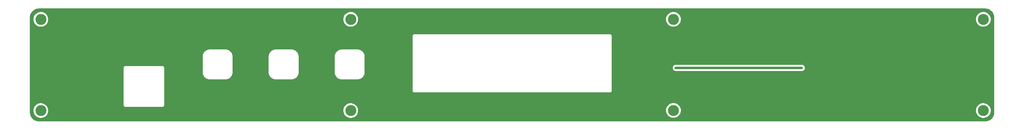
<source format=gbr>
%TF.GenerationSoftware,KiCad,Pcbnew,6.0.10-86aedd382b~118~ubuntu22.04.1*%
%TF.CreationDate,2023-01-27T19:30:40+01:00*%
%TF.ProjectId,L1,4c312e6b-6963-4616-945f-706362585858,rev?*%
%TF.SameCoordinates,Original*%
%TF.FileFunction,Copper,L1,Top*%
%TF.FilePolarity,Positive*%
%FSLAX46Y46*%
G04 Gerber Fmt 4.6, Leading zero omitted, Abs format (unit mm)*
G04 Created by KiCad (PCBNEW 6.0.10-86aedd382b~118~ubuntu22.04.1) date 2023-01-27 19:30:40*
%MOMM*%
%LPD*%
G01*
G04 APERTURE LIST*
%TA.AperFunction,ComponentPad*%
%ADD10O,35.000000X0.700000*%
%TD*%
%TA.AperFunction,ComponentPad*%
%ADD11C,3.000000*%
%TD*%
G04 APERTURE END LIST*
D10*
%TO.P,REF\u002A\u002A,1*%
%TO.N,N/C*%
X211100000Y-97600000D03*
%TD*%
D11*
%TO.P,REF\u002A\u002A,*%
%TO.N,*%
X105300000Y-109300000D03*
X193300000Y-109271300D03*
X193300000Y-84300000D03*
X277800000Y-109300000D03*
X20800000Y-109300000D03*
X277800000Y-84300000D03*
X105300000Y-84300000D03*
X20800000Y-84300000D03*
%TD*%
%TA.AperFunction,NonConductor*%
G36*
X278270018Y-81310000D02*
G01*
X278284851Y-81312310D01*
X278284855Y-81312310D01*
X278293724Y-81313691D01*
X278310923Y-81311442D01*
X278334863Y-81310609D01*
X278592710Y-81326206D01*
X278607814Y-81328040D01*
X278679786Y-81341229D01*
X278888760Y-81379525D01*
X278903526Y-81383164D01*
X279176231Y-81468142D01*
X279190445Y-81473534D01*
X279408223Y-81571547D01*
X279450906Y-81590757D01*
X279464379Y-81597828D01*
X279708813Y-81745595D01*
X279721334Y-81754238D01*
X279946171Y-81930385D01*
X279957560Y-81940475D01*
X280159525Y-82142440D01*
X280169615Y-82153829D01*
X280345762Y-82378666D01*
X280354405Y-82391187D01*
X280502172Y-82635621D01*
X280509242Y-82649092D01*
X280626466Y-82909555D01*
X280631858Y-82923769D01*
X280691354Y-83114700D01*
X280716836Y-83196473D01*
X280720475Y-83211240D01*
X280758771Y-83420214D01*
X280771960Y-83492186D01*
X280773794Y-83507290D01*
X280788953Y-83757904D01*
X280787692Y-83784716D01*
X280787690Y-83784852D01*
X280786309Y-83793724D01*
X280787473Y-83802626D01*
X280787473Y-83802628D01*
X280790436Y-83825283D01*
X280791500Y-83841621D01*
X280791500Y-109750633D01*
X280790000Y-109770018D01*
X280787690Y-109784851D01*
X280787690Y-109784855D01*
X280786309Y-109793724D01*
X280788558Y-109810919D01*
X280789391Y-109834863D01*
X280773794Y-110092710D01*
X280771960Y-110107814D01*
X280765272Y-110144308D01*
X280723006Y-110374955D01*
X280720477Y-110388754D01*
X280716836Y-110403526D01*
X280654831Y-110602509D01*
X280631859Y-110676227D01*
X280626466Y-110690445D01*
X280533391Y-110897251D01*
X280509243Y-110950906D01*
X280502172Y-110964379D01*
X280354405Y-111208813D01*
X280345762Y-111221334D01*
X280169615Y-111446171D01*
X280159525Y-111457560D01*
X279957560Y-111659525D01*
X279946171Y-111669615D01*
X279721334Y-111845762D01*
X279708813Y-111854405D01*
X279464379Y-112002172D01*
X279450908Y-112009242D01*
X279190445Y-112126466D01*
X279176231Y-112131858D01*
X278903527Y-112216836D01*
X278888760Y-112220475D01*
X278679786Y-112258771D01*
X278607814Y-112271960D01*
X278592710Y-112273794D01*
X278342096Y-112288953D01*
X278315284Y-112287692D01*
X278315148Y-112287690D01*
X278306276Y-112286309D01*
X278297374Y-112287473D01*
X278297372Y-112287473D01*
X278282707Y-112289391D01*
X278274714Y-112290436D01*
X278258379Y-112291500D01*
X20349367Y-112291500D01*
X20329982Y-112290000D01*
X20315149Y-112287690D01*
X20315145Y-112287690D01*
X20306276Y-112286309D01*
X20289077Y-112288558D01*
X20265137Y-112289391D01*
X20007290Y-112273794D01*
X19992186Y-112271960D01*
X19920214Y-112258771D01*
X19711240Y-112220475D01*
X19696473Y-112216836D01*
X19423769Y-112131858D01*
X19409555Y-112126466D01*
X19149092Y-112009242D01*
X19135621Y-112002172D01*
X18891187Y-111854405D01*
X18878666Y-111845762D01*
X18653829Y-111669615D01*
X18642440Y-111659525D01*
X18440475Y-111457560D01*
X18430385Y-111446171D01*
X18254238Y-111221334D01*
X18245595Y-111208813D01*
X18097828Y-110964379D01*
X18090757Y-110950906D01*
X18066609Y-110897251D01*
X17973534Y-110690445D01*
X17968141Y-110676227D01*
X17945170Y-110602509D01*
X17883164Y-110403526D01*
X17879523Y-110388754D01*
X17876995Y-110374955D01*
X17834728Y-110144308D01*
X17828040Y-110107814D01*
X17826206Y-110092710D01*
X17811269Y-109845768D01*
X17812520Y-109822216D01*
X17812334Y-109822199D01*
X17812769Y-109817350D01*
X17813576Y-109812552D01*
X17813729Y-109800000D01*
X17809773Y-109772376D01*
X17808500Y-109754514D01*
X17808500Y-109278918D01*
X18786917Y-109278918D01*
X18802682Y-109552320D01*
X18803507Y-109556525D01*
X18803508Y-109556533D01*
X18809335Y-109586233D01*
X18855405Y-109821053D01*
X18856792Y-109825103D01*
X18856793Y-109825108D01*
X18935597Y-110055275D01*
X18944112Y-110080144D01*
X19067160Y-110324799D01*
X19069586Y-110328328D01*
X19069589Y-110328334D01*
X19177470Y-110485300D01*
X19222274Y-110550490D01*
X19225161Y-110553663D01*
X19225162Y-110553664D01*
X19263665Y-110595978D01*
X19406582Y-110753043D01*
X19616675Y-110928707D01*
X19620316Y-110930991D01*
X19845024Y-111071951D01*
X19845028Y-111071953D01*
X19848664Y-111074234D01*
X19916544Y-111104883D01*
X20094345Y-111185164D01*
X20094349Y-111185166D01*
X20098257Y-111186930D01*
X20102377Y-111188150D01*
X20102376Y-111188150D01*
X20356723Y-111263491D01*
X20356727Y-111263492D01*
X20360836Y-111264709D01*
X20365070Y-111265357D01*
X20365075Y-111265358D01*
X20627298Y-111305483D01*
X20627300Y-111305483D01*
X20631540Y-111306132D01*
X20770912Y-111308322D01*
X20901071Y-111310367D01*
X20901077Y-111310367D01*
X20905362Y-111310434D01*
X21177235Y-111277534D01*
X21442127Y-111208041D01*
X21446087Y-111206401D01*
X21446092Y-111206399D01*
X21596098Y-111144264D01*
X21695136Y-111103241D01*
X21931582Y-110965073D01*
X22147089Y-110796094D01*
X22172333Y-110770045D01*
X22334686Y-110602509D01*
X22337669Y-110599431D01*
X22340202Y-110595983D01*
X22340206Y-110595978D01*
X22486916Y-110396255D01*
X22499795Y-110378723D01*
X22527154Y-110328334D01*
X22628418Y-110141830D01*
X22628419Y-110141828D01*
X22630468Y-110138054D01*
X22727269Y-109881877D01*
X22788407Y-109614933D01*
X22790969Y-109586233D01*
X22812531Y-109344627D01*
X22812531Y-109344625D01*
X22812751Y-109342161D01*
X22813193Y-109300000D01*
X22811756Y-109278918D01*
X103286917Y-109278918D01*
X103302682Y-109552320D01*
X103303507Y-109556525D01*
X103303508Y-109556533D01*
X103309335Y-109586233D01*
X103355405Y-109821053D01*
X103356792Y-109825103D01*
X103356793Y-109825108D01*
X103435597Y-110055275D01*
X103444112Y-110080144D01*
X103567160Y-110324799D01*
X103569586Y-110328328D01*
X103569589Y-110328334D01*
X103677470Y-110485300D01*
X103722274Y-110550490D01*
X103725161Y-110553663D01*
X103725162Y-110553664D01*
X103763665Y-110595978D01*
X103906582Y-110753043D01*
X104116675Y-110928707D01*
X104120316Y-110930991D01*
X104345024Y-111071951D01*
X104345028Y-111071953D01*
X104348664Y-111074234D01*
X104416544Y-111104883D01*
X104594345Y-111185164D01*
X104594349Y-111185166D01*
X104598257Y-111186930D01*
X104602377Y-111188150D01*
X104602376Y-111188150D01*
X104856723Y-111263491D01*
X104856727Y-111263492D01*
X104860836Y-111264709D01*
X104865070Y-111265357D01*
X104865075Y-111265358D01*
X105127298Y-111305483D01*
X105127300Y-111305483D01*
X105131540Y-111306132D01*
X105270912Y-111308322D01*
X105401071Y-111310367D01*
X105401077Y-111310367D01*
X105405362Y-111310434D01*
X105677235Y-111277534D01*
X105942127Y-111208041D01*
X105946087Y-111206401D01*
X105946092Y-111206399D01*
X106096098Y-111144264D01*
X106195136Y-111103241D01*
X106431582Y-110965073D01*
X106647089Y-110796094D01*
X106672333Y-110770045D01*
X106834686Y-110602509D01*
X106837669Y-110599431D01*
X106840202Y-110595983D01*
X106840206Y-110595978D01*
X106986916Y-110396255D01*
X106999795Y-110378723D01*
X107027154Y-110328334D01*
X107128418Y-110141830D01*
X107128419Y-110141828D01*
X107130468Y-110138054D01*
X107227269Y-109881877D01*
X107288407Y-109614933D01*
X107290969Y-109586233D01*
X107312531Y-109344627D01*
X107312531Y-109344625D01*
X107312751Y-109342161D01*
X107313193Y-109300000D01*
X107311406Y-109273784D01*
X107309799Y-109250218D01*
X191286917Y-109250218D01*
X191302682Y-109523620D01*
X191303507Y-109527825D01*
X191303508Y-109527833D01*
X191333917Y-109682826D01*
X191355405Y-109792353D01*
X191356792Y-109796403D01*
X191356793Y-109796408D01*
X191442723Y-110047388D01*
X191444112Y-110051444D01*
X191567160Y-110296099D01*
X191569586Y-110299628D01*
X191569589Y-110299634D01*
X191697195Y-110485300D01*
X191722274Y-110521790D01*
X191725161Y-110524963D01*
X191725162Y-110524964D01*
X191903692Y-110721167D01*
X191906582Y-110724343D01*
X191909877Y-110727098D01*
X191909878Y-110727099D01*
X191940907Y-110753043D01*
X192116675Y-110900007D01*
X192120316Y-110902291D01*
X192345024Y-111043251D01*
X192345028Y-111043253D01*
X192348664Y-111045534D01*
X192416544Y-111076183D01*
X192594345Y-111156464D01*
X192594349Y-111156466D01*
X192598257Y-111158230D01*
X192602377Y-111159450D01*
X192602376Y-111159450D01*
X192856723Y-111234791D01*
X192856727Y-111234792D01*
X192860836Y-111236009D01*
X192865070Y-111236657D01*
X192865075Y-111236658D01*
X193127298Y-111276783D01*
X193127300Y-111276783D01*
X193131540Y-111277432D01*
X193270912Y-111279622D01*
X193401071Y-111281667D01*
X193401077Y-111281667D01*
X193405362Y-111281734D01*
X193677235Y-111248834D01*
X193942127Y-111179341D01*
X193946087Y-111177701D01*
X193946092Y-111177699D01*
X194125848Y-111103241D01*
X194195136Y-111074541D01*
X194431582Y-110936373D01*
X194647089Y-110767394D01*
X194658326Y-110755799D01*
X194834686Y-110573809D01*
X194837669Y-110570731D01*
X194840202Y-110567283D01*
X194840206Y-110567278D01*
X194997257Y-110353478D01*
X194999795Y-110350023D01*
X195027154Y-110299634D01*
X195128418Y-110113130D01*
X195128419Y-110113128D01*
X195130468Y-110109354D01*
X195227269Y-109853177D01*
X195288407Y-109586233D01*
X195291817Y-109548032D01*
X195312531Y-109315927D01*
X195312531Y-109315925D01*
X195312751Y-109313461D01*
X195313113Y-109278918D01*
X275786917Y-109278918D01*
X275802682Y-109552320D01*
X275803507Y-109556525D01*
X275803508Y-109556533D01*
X275809335Y-109586233D01*
X275855405Y-109821053D01*
X275856792Y-109825103D01*
X275856793Y-109825108D01*
X275935597Y-110055275D01*
X275944112Y-110080144D01*
X276067160Y-110324799D01*
X276069586Y-110328328D01*
X276069589Y-110328334D01*
X276177470Y-110485300D01*
X276222274Y-110550490D01*
X276225161Y-110553663D01*
X276225162Y-110553664D01*
X276263665Y-110595978D01*
X276406582Y-110753043D01*
X276616675Y-110928707D01*
X276620316Y-110930991D01*
X276845024Y-111071951D01*
X276845028Y-111071953D01*
X276848664Y-111074234D01*
X276916544Y-111104883D01*
X277094345Y-111185164D01*
X277094349Y-111185166D01*
X277098257Y-111186930D01*
X277102377Y-111188150D01*
X277102376Y-111188150D01*
X277356723Y-111263491D01*
X277356727Y-111263492D01*
X277360836Y-111264709D01*
X277365070Y-111265357D01*
X277365075Y-111265358D01*
X277627298Y-111305483D01*
X277627300Y-111305483D01*
X277631540Y-111306132D01*
X277770912Y-111308322D01*
X277901071Y-111310367D01*
X277901077Y-111310367D01*
X277905362Y-111310434D01*
X278177235Y-111277534D01*
X278442127Y-111208041D01*
X278446087Y-111206401D01*
X278446092Y-111206399D01*
X278596098Y-111144264D01*
X278695136Y-111103241D01*
X278931582Y-110965073D01*
X279147089Y-110796094D01*
X279172333Y-110770045D01*
X279334686Y-110602509D01*
X279337669Y-110599431D01*
X279340202Y-110595983D01*
X279340206Y-110595978D01*
X279486916Y-110396255D01*
X279499795Y-110378723D01*
X279527154Y-110328334D01*
X279628418Y-110141830D01*
X279628419Y-110141828D01*
X279630468Y-110138054D01*
X279727269Y-109881877D01*
X279788407Y-109614933D01*
X279790969Y-109586233D01*
X279812531Y-109344627D01*
X279812531Y-109344625D01*
X279812751Y-109342161D01*
X279813193Y-109300000D01*
X279811406Y-109273784D01*
X279794859Y-109031055D01*
X279794858Y-109031049D01*
X279794567Y-109026778D01*
X279788624Y-108998078D01*
X279739901Y-108762809D01*
X279739032Y-108758612D01*
X279647617Y-108500465D01*
X279541234Y-108294352D01*
X279523978Y-108260919D01*
X279523978Y-108260918D01*
X279522013Y-108257112D01*
X279517200Y-108250263D01*
X279413931Y-108103326D01*
X279364545Y-108033057D01*
X279252513Y-107912496D01*
X279181046Y-107835588D01*
X279181043Y-107835585D01*
X279178125Y-107832445D01*
X279174810Y-107829731D01*
X279174806Y-107829728D01*
X278969523Y-107661706D01*
X278966205Y-107658990D01*
X278732704Y-107515901D01*
X278728768Y-107514173D01*
X278485873Y-107407549D01*
X278485869Y-107407548D01*
X278481945Y-107405825D01*
X278218566Y-107330800D01*
X278214324Y-107330196D01*
X278214318Y-107330195D01*
X277986874Y-107297825D01*
X277947443Y-107292213D01*
X277803589Y-107291460D01*
X277677877Y-107290802D01*
X277677871Y-107290802D01*
X277673591Y-107290780D01*
X277669347Y-107291339D01*
X277669343Y-107291339D01*
X277550302Y-107307011D01*
X277402078Y-107326525D01*
X277397938Y-107327658D01*
X277397936Y-107327658D01*
X277325008Y-107347609D01*
X277137928Y-107398788D01*
X277133980Y-107400472D01*
X276889982Y-107504546D01*
X276889978Y-107504548D01*
X276886030Y-107506232D01*
X276866125Y-107518145D01*
X276654725Y-107644664D01*
X276654721Y-107644667D01*
X276651043Y-107646868D01*
X276437318Y-107818094D01*
X276374269Y-107884534D01*
X276263542Y-108001216D01*
X276248808Y-108016742D01*
X276089002Y-108239136D01*
X275960857Y-108481161D01*
X275959385Y-108485184D01*
X275959383Y-108485188D01*
X275952314Y-108504506D01*
X275866743Y-108738337D01*
X275808404Y-109005907D01*
X275786917Y-109278918D01*
X195313113Y-109278918D01*
X195313193Y-109271300D01*
X195296524Y-109026778D01*
X195294859Y-109002355D01*
X195294858Y-109002349D01*
X195294567Y-108998078D01*
X195239032Y-108729912D01*
X195147617Y-108471765D01*
X195022013Y-108228412D01*
X195018513Y-108223431D01*
X194887179Y-108036562D01*
X194864545Y-108004357D01*
X194708676Y-107836622D01*
X194681046Y-107806888D01*
X194681043Y-107806885D01*
X194678125Y-107803745D01*
X194674810Y-107801031D01*
X194674806Y-107801028D01*
X194486459Y-107646868D01*
X194466205Y-107630290D01*
X194279538Y-107515901D01*
X194236366Y-107489445D01*
X194236365Y-107489445D01*
X194232704Y-107487201D01*
X194228768Y-107485473D01*
X193985873Y-107378849D01*
X193985869Y-107378848D01*
X193981945Y-107377125D01*
X193718566Y-107302100D01*
X193714324Y-107301496D01*
X193714318Y-107301495D01*
X193513834Y-107272962D01*
X193447443Y-107263513D01*
X193303589Y-107262760D01*
X193177877Y-107262102D01*
X193177871Y-107262102D01*
X193173591Y-107262080D01*
X193169347Y-107262639D01*
X193169343Y-107262639D01*
X193050302Y-107278311D01*
X192902078Y-107297825D01*
X192897938Y-107298958D01*
X192897936Y-107298958D01*
X192825008Y-107318909D01*
X192637928Y-107370088D01*
X192633980Y-107371772D01*
X192389982Y-107475846D01*
X192389978Y-107475848D01*
X192386030Y-107477532D01*
X192267414Y-107548522D01*
X192154725Y-107615964D01*
X192154721Y-107615967D01*
X192151043Y-107618168D01*
X191937318Y-107789394D01*
X191834110Y-107898153D01*
X191760155Y-107976085D01*
X191748808Y-107988042D01*
X191589002Y-108210436D01*
X191460857Y-108452461D01*
X191459385Y-108456484D01*
X191459383Y-108456488D01*
X191443290Y-108500465D01*
X191366743Y-108709637D01*
X191308404Y-108977207D01*
X191286917Y-109250218D01*
X107309799Y-109250218D01*
X107294859Y-109031055D01*
X107294858Y-109031049D01*
X107294567Y-109026778D01*
X107288624Y-108998078D01*
X107239901Y-108762809D01*
X107239032Y-108758612D01*
X107147617Y-108500465D01*
X107041234Y-108294352D01*
X107023978Y-108260919D01*
X107023978Y-108260918D01*
X107022013Y-108257112D01*
X107017200Y-108250263D01*
X106913931Y-108103326D01*
X106864545Y-108033057D01*
X106752513Y-107912496D01*
X106681046Y-107835588D01*
X106681043Y-107835585D01*
X106678125Y-107832445D01*
X106674810Y-107829731D01*
X106674806Y-107829728D01*
X106469523Y-107661706D01*
X106466205Y-107658990D01*
X106232704Y-107515901D01*
X106228768Y-107514173D01*
X105985873Y-107407549D01*
X105985869Y-107407548D01*
X105981945Y-107405825D01*
X105718566Y-107330800D01*
X105714324Y-107330196D01*
X105714318Y-107330195D01*
X105486874Y-107297825D01*
X105447443Y-107292213D01*
X105303589Y-107291460D01*
X105177877Y-107290802D01*
X105177871Y-107290802D01*
X105173591Y-107290780D01*
X105169347Y-107291339D01*
X105169343Y-107291339D01*
X105050302Y-107307011D01*
X104902078Y-107326525D01*
X104897938Y-107327658D01*
X104897936Y-107327658D01*
X104825008Y-107347609D01*
X104637928Y-107398788D01*
X104633980Y-107400472D01*
X104389982Y-107504546D01*
X104389978Y-107504548D01*
X104386030Y-107506232D01*
X104366125Y-107518145D01*
X104154725Y-107644664D01*
X104154721Y-107644667D01*
X104151043Y-107646868D01*
X103937318Y-107818094D01*
X103874269Y-107884534D01*
X103763542Y-108001216D01*
X103748808Y-108016742D01*
X103589002Y-108239136D01*
X103460857Y-108481161D01*
X103459385Y-108485184D01*
X103459383Y-108485188D01*
X103452314Y-108504506D01*
X103366743Y-108738337D01*
X103308404Y-109005907D01*
X103286917Y-109278918D01*
X22811756Y-109278918D01*
X22811406Y-109273784D01*
X22794859Y-109031055D01*
X22794858Y-109031049D01*
X22794567Y-109026778D01*
X22788624Y-108998078D01*
X22739901Y-108762809D01*
X22739032Y-108758612D01*
X22647617Y-108500465D01*
X22541234Y-108294352D01*
X22523978Y-108260919D01*
X22523978Y-108260918D01*
X22522013Y-108257112D01*
X22517200Y-108250263D01*
X22413931Y-108103326D01*
X22364545Y-108033057D01*
X22252513Y-107912496D01*
X22212764Y-107869721D01*
X43391024Y-107869721D01*
X43393491Y-107878352D01*
X43399150Y-107898153D01*
X43402728Y-107914915D01*
X43406920Y-107944187D01*
X43410634Y-107952355D01*
X43410634Y-107952356D01*
X43417548Y-107967562D01*
X43423996Y-107985086D01*
X43431051Y-108009771D01*
X43435843Y-108017365D01*
X43435844Y-108017368D01*
X43446830Y-108034780D01*
X43454969Y-108049863D01*
X43467208Y-108076782D01*
X43473069Y-108083584D01*
X43483970Y-108096235D01*
X43495073Y-108111239D01*
X43508776Y-108132958D01*
X43515501Y-108138897D01*
X43515504Y-108138901D01*
X43530938Y-108152532D01*
X43542982Y-108164724D01*
X43556427Y-108180327D01*
X43556430Y-108180329D01*
X43562287Y-108187127D01*
X43569816Y-108192007D01*
X43569817Y-108192008D01*
X43583835Y-108201094D01*
X43598709Y-108212385D01*
X43611217Y-108223431D01*
X43617951Y-108229378D01*
X43644711Y-108241942D01*
X43659691Y-108250263D01*
X43676983Y-108261471D01*
X43676988Y-108261473D01*
X43684515Y-108266352D01*
X43693108Y-108268922D01*
X43693113Y-108268924D01*
X43709120Y-108273711D01*
X43726564Y-108280372D01*
X43741676Y-108287467D01*
X43741678Y-108287468D01*
X43749800Y-108291281D01*
X43758667Y-108292662D01*
X43758668Y-108292662D01*
X43761353Y-108293080D01*
X43779017Y-108295830D01*
X43795732Y-108299613D01*
X43815466Y-108305515D01*
X43815472Y-108305516D01*
X43824066Y-108308086D01*
X43833037Y-108308141D01*
X43833038Y-108308141D01*
X43843097Y-108308202D01*
X43858506Y-108308296D01*
X43859289Y-108308329D01*
X43860386Y-108308500D01*
X43891377Y-108308500D01*
X43892147Y-108308502D01*
X43965785Y-108308952D01*
X43965786Y-108308952D01*
X43969721Y-108308976D01*
X43971065Y-108308592D01*
X43972410Y-108308500D01*
X53891377Y-108308500D01*
X53892148Y-108308502D01*
X53969721Y-108308976D01*
X53998152Y-108300850D01*
X54014915Y-108297272D01*
X54015753Y-108297152D01*
X54044187Y-108293080D01*
X54067564Y-108282451D01*
X54085087Y-108276004D01*
X54109771Y-108268949D01*
X54117365Y-108264157D01*
X54117368Y-108264156D01*
X54134780Y-108253170D01*
X54149865Y-108245030D01*
X54176782Y-108232792D01*
X54196235Y-108216030D01*
X54211239Y-108204927D01*
X54232958Y-108191224D01*
X54238897Y-108184499D01*
X54238901Y-108184496D01*
X54252532Y-108169062D01*
X54264724Y-108157018D01*
X54280327Y-108143573D01*
X54280329Y-108143570D01*
X54287127Y-108137713D01*
X54301094Y-108116165D01*
X54312385Y-108101291D01*
X54323431Y-108088783D01*
X54323432Y-108088782D01*
X54329378Y-108082049D01*
X54341943Y-108055287D01*
X54350263Y-108040309D01*
X54361471Y-108023017D01*
X54361473Y-108023012D01*
X54366352Y-108015485D01*
X54368922Y-108006892D01*
X54368924Y-108006887D01*
X54373711Y-107990880D01*
X54380372Y-107973436D01*
X54387467Y-107958324D01*
X54387468Y-107958322D01*
X54391281Y-107950200D01*
X54395830Y-107920983D01*
X54399613Y-107904268D01*
X54405515Y-107884534D01*
X54405516Y-107884528D01*
X54408086Y-107875934D01*
X54408296Y-107841494D01*
X54408329Y-107840711D01*
X54408500Y-107839614D01*
X54408500Y-107808623D01*
X54408502Y-107807853D01*
X54408952Y-107734215D01*
X54408952Y-107734214D01*
X54408976Y-107730279D01*
X54408592Y-107728935D01*
X54408500Y-107727590D01*
X54408500Y-103869721D01*
X122141024Y-103869721D01*
X122143491Y-103878352D01*
X122149150Y-103898153D01*
X122152728Y-103914915D01*
X122156920Y-103944187D01*
X122160634Y-103952355D01*
X122160634Y-103952356D01*
X122167548Y-103967562D01*
X122173996Y-103985086D01*
X122181051Y-104009771D01*
X122185843Y-104017365D01*
X122185844Y-104017368D01*
X122196830Y-104034780D01*
X122204969Y-104049863D01*
X122217208Y-104076782D01*
X122223069Y-104083584D01*
X122233970Y-104096235D01*
X122245073Y-104111239D01*
X122258776Y-104132958D01*
X122265501Y-104138897D01*
X122265504Y-104138901D01*
X122280938Y-104152532D01*
X122292982Y-104164724D01*
X122306427Y-104180327D01*
X122306430Y-104180329D01*
X122312287Y-104187127D01*
X122319816Y-104192007D01*
X122319817Y-104192008D01*
X122333835Y-104201094D01*
X122348709Y-104212385D01*
X122361217Y-104223431D01*
X122367951Y-104229378D01*
X122394711Y-104241942D01*
X122409691Y-104250263D01*
X122426983Y-104261471D01*
X122426988Y-104261473D01*
X122434515Y-104266352D01*
X122443108Y-104268922D01*
X122443113Y-104268924D01*
X122459120Y-104273711D01*
X122476564Y-104280372D01*
X122491676Y-104287467D01*
X122491678Y-104287468D01*
X122499800Y-104291281D01*
X122508667Y-104292662D01*
X122508668Y-104292662D01*
X122511353Y-104293080D01*
X122529017Y-104295830D01*
X122545732Y-104299613D01*
X122565466Y-104305515D01*
X122565472Y-104305516D01*
X122574066Y-104308086D01*
X122583037Y-104308141D01*
X122583038Y-104308141D01*
X122593097Y-104308202D01*
X122608506Y-104308296D01*
X122609289Y-104308329D01*
X122610386Y-104308500D01*
X122641377Y-104308500D01*
X122642147Y-104308502D01*
X122715785Y-104308952D01*
X122715786Y-104308952D01*
X122719721Y-104308976D01*
X122721065Y-104308592D01*
X122722410Y-104308500D01*
X175941377Y-104308500D01*
X175942148Y-104308502D01*
X176019721Y-104308976D01*
X176048152Y-104300850D01*
X176064915Y-104297272D01*
X176065753Y-104297152D01*
X176094187Y-104293080D01*
X176117564Y-104282451D01*
X176135087Y-104276004D01*
X176159771Y-104268949D01*
X176167365Y-104264157D01*
X176167368Y-104264156D01*
X176184780Y-104253170D01*
X176199865Y-104245030D01*
X176226782Y-104232792D01*
X176246235Y-104216030D01*
X176261239Y-104204927D01*
X176282958Y-104191224D01*
X176288897Y-104184499D01*
X176288901Y-104184496D01*
X176302532Y-104169062D01*
X176314724Y-104157018D01*
X176330327Y-104143573D01*
X176330329Y-104143570D01*
X176337127Y-104137713D01*
X176351094Y-104116165D01*
X176362385Y-104101291D01*
X176373431Y-104088783D01*
X176373432Y-104088782D01*
X176379378Y-104082049D01*
X176391943Y-104055287D01*
X176400263Y-104040309D01*
X176411471Y-104023017D01*
X176411473Y-104023012D01*
X176416352Y-104015485D01*
X176418922Y-104006892D01*
X176418924Y-104006887D01*
X176423711Y-103990880D01*
X176430372Y-103973436D01*
X176437467Y-103958324D01*
X176437468Y-103958322D01*
X176441281Y-103950200D01*
X176445830Y-103920983D01*
X176449613Y-103904268D01*
X176455515Y-103884534D01*
X176455516Y-103884528D01*
X176458086Y-103875934D01*
X176458296Y-103841494D01*
X176458329Y-103840711D01*
X176458500Y-103839614D01*
X176458500Y-103808623D01*
X176458502Y-103807853D01*
X176458952Y-103734215D01*
X176458952Y-103734214D01*
X176458976Y-103730279D01*
X176458592Y-103728935D01*
X176458500Y-103727590D01*
X176458500Y-97551795D01*
X193087784Y-97551795D01*
X193088141Y-97558611D01*
X193088141Y-97558615D01*
X193093965Y-97669721D01*
X193097547Y-97738067D01*
X193147080Y-97917898D01*
X193234075Y-98082898D01*
X193238480Y-98088111D01*
X193238483Y-98088115D01*
X193350064Y-98220153D01*
X193350068Y-98220157D01*
X193354471Y-98225367D01*
X193359895Y-98229514D01*
X193359896Y-98229515D01*
X193497231Y-98334516D01*
X193497235Y-98334519D01*
X193502652Y-98338660D01*
X193671704Y-98417490D01*
X193853740Y-98458180D01*
X193859463Y-98458500D01*
X228296596Y-98458500D01*
X228435437Y-98443417D01*
X228612223Y-98383922D01*
X228772109Y-98287853D01*
X228907636Y-98159692D01*
X228942426Y-98108500D01*
X229008646Y-98011060D01*
X229008647Y-98011058D01*
X229012480Y-98005418D01*
X229045071Y-97923937D01*
X229079215Y-97838570D01*
X229079216Y-97838568D01*
X229081751Y-97832229D01*
X229108209Y-97672410D01*
X229111101Y-97654942D01*
X229111101Y-97654939D01*
X229112216Y-97648205D01*
X229110142Y-97608623D01*
X229102810Y-97468746D01*
X229102453Y-97461933D01*
X229052920Y-97282102D01*
X228965925Y-97117102D01*
X228961520Y-97111889D01*
X228961517Y-97111885D01*
X228849936Y-96979847D01*
X228849932Y-96979843D01*
X228845529Y-96974633D01*
X228840104Y-96970485D01*
X228702769Y-96865484D01*
X228702765Y-96865481D01*
X228697348Y-96861340D01*
X228528296Y-96782510D01*
X228346260Y-96741820D01*
X228340537Y-96741500D01*
X193903404Y-96741500D01*
X193764563Y-96756583D01*
X193587777Y-96816078D01*
X193427891Y-96912147D01*
X193292364Y-97040308D01*
X193288529Y-97045951D01*
X193192255Y-97187615D01*
X193187520Y-97194582D01*
X193184988Y-97200911D01*
X193184987Y-97200914D01*
X193136069Y-97323218D01*
X193118249Y-97367771D01*
X193106014Y-97441676D01*
X193092375Y-97524066D01*
X193087784Y-97551795D01*
X176458500Y-97551795D01*
X176458500Y-88908623D01*
X176458502Y-88907853D01*
X176458800Y-88859102D01*
X176458976Y-88830279D01*
X176450850Y-88801847D01*
X176447272Y-88785085D01*
X176444352Y-88764698D01*
X176443080Y-88755813D01*
X176432451Y-88732436D01*
X176426004Y-88714913D01*
X176421416Y-88698862D01*
X176418949Y-88690229D01*
X176414156Y-88682632D01*
X176403170Y-88665220D01*
X176395030Y-88650135D01*
X176392564Y-88644711D01*
X176382792Y-88623218D01*
X176366030Y-88603765D01*
X176354927Y-88588761D01*
X176341224Y-88567042D01*
X176334499Y-88561103D01*
X176334496Y-88561099D01*
X176319062Y-88547468D01*
X176307018Y-88535276D01*
X176293573Y-88519673D01*
X176293570Y-88519671D01*
X176287713Y-88512873D01*
X176274009Y-88503990D01*
X176266165Y-88498906D01*
X176251291Y-88487615D01*
X176238783Y-88476569D01*
X176238782Y-88476568D01*
X176232049Y-88470622D01*
X176205287Y-88458057D01*
X176190309Y-88449737D01*
X176173017Y-88438529D01*
X176173012Y-88438527D01*
X176165485Y-88433648D01*
X176156892Y-88431078D01*
X176156887Y-88431076D01*
X176140880Y-88426289D01*
X176123436Y-88419628D01*
X176108324Y-88412533D01*
X176108322Y-88412532D01*
X176100200Y-88408719D01*
X176091333Y-88407338D01*
X176091332Y-88407338D01*
X176080478Y-88405648D01*
X176070983Y-88404170D01*
X176054268Y-88400387D01*
X176034534Y-88394485D01*
X176034528Y-88394484D01*
X176025934Y-88391914D01*
X176016963Y-88391859D01*
X176016962Y-88391859D01*
X176006903Y-88391798D01*
X175991494Y-88391704D01*
X175990711Y-88391671D01*
X175989614Y-88391500D01*
X175958623Y-88391500D01*
X175957853Y-88391498D01*
X175884215Y-88391048D01*
X175884214Y-88391048D01*
X175880279Y-88391024D01*
X175878935Y-88391408D01*
X175877590Y-88391500D01*
X122658623Y-88391500D01*
X122657853Y-88391498D01*
X122657037Y-88391493D01*
X122580279Y-88391024D01*
X122557918Y-88397415D01*
X122551847Y-88399150D01*
X122535085Y-88402728D01*
X122505813Y-88406920D01*
X122497645Y-88410634D01*
X122497644Y-88410634D01*
X122482438Y-88417548D01*
X122464914Y-88423996D01*
X122440229Y-88431051D01*
X122432635Y-88435843D01*
X122432632Y-88435844D01*
X122415220Y-88446830D01*
X122400137Y-88454969D01*
X122373218Y-88467208D01*
X122366416Y-88473069D01*
X122353765Y-88483970D01*
X122338761Y-88495073D01*
X122317042Y-88508776D01*
X122311103Y-88515501D01*
X122311099Y-88515504D01*
X122297468Y-88530938D01*
X122285276Y-88542982D01*
X122269673Y-88556427D01*
X122269671Y-88556430D01*
X122262873Y-88562287D01*
X122257993Y-88569816D01*
X122257992Y-88569817D01*
X122248906Y-88583835D01*
X122237615Y-88598709D01*
X122226569Y-88611217D01*
X122220622Y-88617951D01*
X122214312Y-88631391D01*
X122208058Y-88644711D01*
X122199737Y-88659691D01*
X122188529Y-88676983D01*
X122188527Y-88676988D01*
X122183648Y-88684515D01*
X122181078Y-88693108D01*
X122181076Y-88693113D01*
X122176289Y-88709120D01*
X122169628Y-88726564D01*
X122162533Y-88741676D01*
X122158719Y-88749800D01*
X122157338Y-88758667D01*
X122157338Y-88758668D01*
X122154170Y-88779015D01*
X122150387Y-88795732D01*
X122144485Y-88815466D01*
X122144484Y-88815472D01*
X122141914Y-88824066D01*
X122141859Y-88833037D01*
X122141859Y-88833038D01*
X122141704Y-88858497D01*
X122141671Y-88859289D01*
X122141500Y-88860386D01*
X122141500Y-88891377D01*
X122141498Y-88892147D01*
X122141024Y-88969721D01*
X122141408Y-88971065D01*
X122141500Y-88972410D01*
X122141500Y-103791377D01*
X122141498Y-103792147D01*
X122141024Y-103869721D01*
X54408500Y-103869721D01*
X54408500Y-98771327D01*
X64914971Y-98771327D01*
X64915660Y-98776141D01*
X64915661Y-98776149D01*
X64916142Y-98779509D01*
X64917144Y-98789121D01*
X64917645Y-98796758D01*
X64932773Y-99027511D01*
X64933576Y-99031545D01*
X64933576Y-99031549D01*
X64957818Y-99153412D01*
X64982862Y-99279312D01*
X64984183Y-99283203D01*
X64984185Y-99283211D01*
X65015855Y-99376503D01*
X65065389Y-99522420D01*
X65067215Y-99526122D01*
X65067218Y-99526130D01*
X65097080Y-99586682D01*
X65178942Y-99752677D01*
X65321578Y-99966142D01*
X65324298Y-99969244D01*
X65324303Y-99969250D01*
X65480724Y-100147611D01*
X65490856Y-100159164D01*
X65683879Y-100328439D01*
X65897347Y-100471072D01*
X66127605Y-100584621D01*
X66131510Y-100585946D01*
X66131511Y-100585947D01*
X66366808Y-100665819D01*
X66366811Y-100665820D01*
X66370715Y-100667145D01*
X66374754Y-100667948D01*
X66374760Y-100667950D01*
X66617540Y-100716241D01*
X66622516Y-100717231D01*
X66626624Y-100717500D01*
X66626630Y-100717501D01*
X66743972Y-100725191D01*
X66843260Y-100731699D01*
X66855910Y-100733173D01*
X66866148Y-100734896D01*
X66872641Y-100734975D01*
X66873840Y-100734990D01*
X66873843Y-100734990D01*
X66878700Y-100735049D01*
X66906324Y-100731093D01*
X66924186Y-100729820D01*
X71068050Y-100729820D01*
X71088955Y-100731566D01*
X71103956Y-100734090D01*
X71103959Y-100734090D01*
X71108748Y-100734896D01*
X71115063Y-100734973D01*
X71116442Y-100734990D01*
X71116445Y-100734990D01*
X71121300Y-100735049D01*
X71129997Y-100733803D01*
X71139616Y-100732801D01*
X71185100Y-100729820D01*
X71373366Y-100717481D01*
X71373369Y-100717481D01*
X71377482Y-100717211D01*
X71381522Y-100716407D01*
X71381525Y-100716407D01*
X71461639Y-100700471D01*
X71629280Y-100667126D01*
X71633184Y-100665801D01*
X71633187Y-100665800D01*
X71868481Y-100585929D01*
X71868482Y-100585928D01*
X71872387Y-100584603D01*
X72102643Y-100471054D01*
X72316108Y-100328423D01*
X72509130Y-100159149D01*
X72678407Y-99966130D01*
X72821041Y-99752667D01*
X72902897Y-99586682D01*
X72932773Y-99526101D01*
X72932774Y-99526098D01*
X72934592Y-99522412D01*
X72984128Y-99376490D01*
X73015796Y-99283204D01*
X73015797Y-99283200D01*
X73017119Y-99279306D01*
X73067208Y-99027509D01*
X73067477Y-99023406D01*
X73067478Y-99023398D01*
X73081679Y-98806769D01*
X73083155Y-98794110D01*
X73084067Y-98788688D01*
X73084067Y-98788686D01*
X73084876Y-98783879D01*
X73085029Y-98771327D01*
X82914971Y-98771327D01*
X82915660Y-98776141D01*
X82915661Y-98776149D01*
X82916142Y-98779509D01*
X82917144Y-98789121D01*
X82917645Y-98796758D01*
X82932773Y-99027511D01*
X82933576Y-99031545D01*
X82933576Y-99031549D01*
X82957818Y-99153412D01*
X82982862Y-99279312D01*
X82984183Y-99283203D01*
X82984185Y-99283211D01*
X83015855Y-99376503D01*
X83065389Y-99522420D01*
X83067215Y-99526122D01*
X83067218Y-99526130D01*
X83097080Y-99586682D01*
X83178942Y-99752677D01*
X83321578Y-99966142D01*
X83324298Y-99969244D01*
X83324303Y-99969250D01*
X83480724Y-100147611D01*
X83490856Y-100159164D01*
X83683879Y-100328439D01*
X83897347Y-100471072D01*
X84127605Y-100584621D01*
X84131510Y-100585946D01*
X84131511Y-100585947D01*
X84366808Y-100665819D01*
X84366811Y-100665820D01*
X84370715Y-100667145D01*
X84374754Y-100667948D01*
X84374760Y-100667950D01*
X84617540Y-100716241D01*
X84622516Y-100717231D01*
X84626624Y-100717500D01*
X84626630Y-100717501D01*
X84743972Y-100725191D01*
X84843260Y-100731699D01*
X84855910Y-100733173D01*
X84866148Y-100734896D01*
X84872641Y-100734975D01*
X84873840Y-100734990D01*
X84873843Y-100734990D01*
X84878700Y-100735049D01*
X84906324Y-100731093D01*
X84924186Y-100729820D01*
X89068050Y-100729820D01*
X89088955Y-100731566D01*
X89103956Y-100734090D01*
X89103959Y-100734090D01*
X89108748Y-100734896D01*
X89115063Y-100734973D01*
X89116442Y-100734990D01*
X89116445Y-100734990D01*
X89121300Y-100735049D01*
X89129997Y-100733803D01*
X89139616Y-100732801D01*
X89185100Y-100729820D01*
X89373366Y-100717481D01*
X89373369Y-100717481D01*
X89377482Y-100717211D01*
X89381522Y-100716407D01*
X89381525Y-100716407D01*
X89461639Y-100700471D01*
X89629280Y-100667126D01*
X89633184Y-100665801D01*
X89633187Y-100665800D01*
X89868481Y-100585929D01*
X89868482Y-100585928D01*
X89872387Y-100584603D01*
X90102643Y-100471054D01*
X90316108Y-100328423D01*
X90509130Y-100159149D01*
X90678407Y-99966130D01*
X90821041Y-99752667D01*
X90902897Y-99586682D01*
X90932773Y-99526101D01*
X90932774Y-99526098D01*
X90934592Y-99522412D01*
X90984128Y-99376490D01*
X91015796Y-99283204D01*
X91015797Y-99283200D01*
X91017119Y-99279306D01*
X91067208Y-99027509D01*
X91067477Y-99023406D01*
X91067478Y-99023398D01*
X91081679Y-98806769D01*
X91083155Y-98794110D01*
X91084067Y-98788688D01*
X91084067Y-98788686D01*
X91084876Y-98783879D01*
X91085029Y-98771327D01*
X100914971Y-98771327D01*
X100915660Y-98776141D01*
X100915661Y-98776149D01*
X100916142Y-98779509D01*
X100917144Y-98789121D01*
X100917645Y-98796758D01*
X100932773Y-99027511D01*
X100933576Y-99031545D01*
X100933576Y-99031549D01*
X100957818Y-99153412D01*
X100982862Y-99279312D01*
X100984183Y-99283203D01*
X100984185Y-99283211D01*
X101015855Y-99376503D01*
X101065389Y-99522420D01*
X101067215Y-99526122D01*
X101067218Y-99526130D01*
X101097080Y-99586682D01*
X101178942Y-99752677D01*
X101321578Y-99966142D01*
X101324298Y-99969244D01*
X101324303Y-99969250D01*
X101480724Y-100147611D01*
X101490856Y-100159164D01*
X101683879Y-100328439D01*
X101897347Y-100471072D01*
X102127605Y-100584621D01*
X102131510Y-100585946D01*
X102131511Y-100585947D01*
X102366808Y-100665819D01*
X102366811Y-100665820D01*
X102370715Y-100667145D01*
X102374754Y-100667948D01*
X102374760Y-100667950D01*
X102617540Y-100716241D01*
X102622516Y-100717231D01*
X102626624Y-100717500D01*
X102626630Y-100717501D01*
X102743972Y-100725191D01*
X102843260Y-100731699D01*
X102855910Y-100733173D01*
X102866148Y-100734896D01*
X102872641Y-100734975D01*
X102873840Y-100734990D01*
X102873843Y-100734990D01*
X102878700Y-100735049D01*
X102906324Y-100731093D01*
X102924186Y-100729820D01*
X107068050Y-100729820D01*
X107088955Y-100731566D01*
X107103956Y-100734090D01*
X107103959Y-100734090D01*
X107108748Y-100734896D01*
X107115063Y-100734973D01*
X107116442Y-100734990D01*
X107116445Y-100734990D01*
X107121300Y-100735049D01*
X107129997Y-100733803D01*
X107139616Y-100732801D01*
X107185100Y-100729820D01*
X107373366Y-100717481D01*
X107373369Y-100717481D01*
X107377482Y-100717211D01*
X107381522Y-100716407D01*
X107381525Y-100716407D01*
X107461639Y-100700471D01*
X107629280Y-100667126D01*
X107633184Y-100665801D01*
X107633187Y-100665800D01*
X107868481Y-100585929D01*
X107868482Y-100585928D01*
X107872387Y-100584603D01*
X108102643Y-100471054D01*
X108316108Y-100328423D01*
X108509130Y-100159149D01*
X108678407Y-99966130D01*
X108821041Y-99752667D01*
X108902897Y-99586682D01*
X108932773Y-99526101D01*
X108932774Y-99526098D01*
X108934592Y-99522412D01*
X108984128Y-99376490D01*
X109015796Y-99283204D01*
X109015797Y-99283200D01*
X109017119Y-99279306D01*
X109067208Y-99027509D01*
X109067477Y-99023406D01*
X109067478Y-99023398D01*
X109081679Y-98806769D01*
X109083155Y-98794110D01*
X109084067Y-98788688D01*
X109084067Y-98788686D01*
X109084876Y-98783879D01*
X109085029Y-98771327D01*
X109081072Y-98743694D01*
X109079800Y-98725833D01*
X109079800Y-94581950D01*
X109081546Y-94561045D01*
X109084070Y-94546044D01*
X109084070Y-94546041D01*
X109084876Y-94541252D01*
X109085029Y-94528700D01*
X109083819Y-94520251D01*
X109082818Y-94510643D01*
X109067481Y-94276632D01*
X109067481Y-94276628D01*
X109067211Y-94272516D01*
X109054117Y-94206688D01*
X109017931Y-94024765D01*
X109017929Y-94024759D01*
X109017125Y-94020715D01*
X108934600Y-93777606D01*
X108868703Y-93643979D01*
X108822877Y-93551053D01*
X108822874Y-93551048D01*
X108821050Y-93547349D01*
X108678416Y-93333883D01*
X108509140Y-93140860D01*
X108316117Y-92971584D01*
X108102651Y-92828950D01*
X108098952Y-92827126D01*
X108098947Y-92827123D01*
X107876089Y-92717222D01*
X107876087Y-92717221D01*
X107872394Y-92715400D01*
X107868494Y-92714076D01*
X107633195Y-92634202D01*
X107633191Y-92634201D01*
X107629285Y-92632875D01*
X107625241Y-92632071D01*
X107625235Y-92632069D01*
X107381526Y-92583593D01*
X107377484Y-92582789D01*
X107373376Y-92582520D01*
X107373370Y-92582519D01*
X107256028Y-92574829D01*
X107156740Y-92568321D01*
X107144090Y-92566847D01*
X107133852Y-92565124D01*
X107127359Y-92565045D01*
X107126160Y-92565030D01*
X107126157Y-92565030D01*
X107121300Y-92564971D01*
X107097901Y-92568322D01*
X107093676Y-92568927D01*
X107075814Y-92570200D01*
X102931950Y-92570200D01*
X102911045Y-92568454D01*
X102896044Y-92565930D01*
X102896041Y-92565930D01*
X102891252Y-92565124D01*
X102884976Y-92565047D01*
X102883559Y-92565030D01*
X102883556Y-92565030D01*
X102878700Y-92564971D01*
X102870251Y-92566181D01*
X102860647Y-92567182D01*
X102760616Y-92573738D01*
X102626632Y-92582519D01*
X102626628Y-92582519D01*
X102622516Y-92582789D01*
X102618476Y-92583593D01*
X102618473Y-92583593D01*
X102374765Y-92632069D01*
X102374759Y-92632071D01*
X102370715Y-92632875D01*
X102366809Y-92634201D01*
X102366805Y-92634202D01*
X102131506Y-92714076D01*
X102127606Y-92715400D01*
X102123913Y-92717221D01*
X102123911Y-92717222D01*
X101901053Y-92827123D01*
X101901048Y-92827126D01*
X101897349Y-92828950D01*
X101683883Y-92971584D01*
X101490860Y-93140860D01*
X101321584Y-93333883D01*
X101178950Y-93547349D01*
X101177126Y-93551048D01*
X101177123Y-93551053D01*
X101131297Y-93643979D01*
X101065400Y-93777606D01*
X100982875Y-94020715D01*
X100982071Y-94024759D01*
X100982069Y-94024765D01*
X100945883Y-94206688D01*
X100932789Y-94272516D01*
X100932520Y-94276627D01*
X100932519Y-94276631D01*
X100917794Y-94501294D01*
X100916564Y-94512436D01*
X100916390Y-94513550D01*
X100916390Y-94513554D01*
X100915009Y-94522424D01*
X100916173Y-94531326D01*
X100916173Y-94531328D01*
X100919136Y-94553983D01*
X100920200Y-94570321D01*
X100920200Y-98718078D01*
X100918454Y-98738979D01*
X100915124Y-98758775D01*
X100914971Y-98771327D01*
X91085029Y-98771327D01*
X91081072Y-98743694D01*
X91079800Y-98725833D01*
X91079800Y-94581950D01*
X91081546Y-94561045D01*
X91084070Y-94546044D01*
X91084070Y-94546041D01*
X91084876Y-94541252D01*
X91085029Y-94528700D01*
X91083819Y-94520251D01*
X91082818Y-94510643D01*
X91067481Y-94276632D01*
X91067481Y-94276628D01*
X91067211Y-94272516D01*
X91054117Y-94206688D01*
X91017931Y-94024765D01*
X91017929Y-94024759D01*
X91017125Y-94020715D01*
X90934600Y-93777606D01*
X90868703Y-93643979D01*
X90822877Y-93551053D01*
X90822874Y-93551048D01*
X90821050Y-93547349D01*
X90678416Y-93333883D01*
X90509140Y-93140860D01*
X90316117Y-92971584D01*
X90102651Y-92828950D01*
X90098952Y-92827126D01*
X90098947Y-92827123D01*
X89876089Y-92717222D01*
X89876087Y-92717221D01*
X89872394Y-92715400D01*
X89868494Y-92714076D01*
X89633195Y-92634202D01*
X89633191Y-92634201D01*
X89629285Y-92632875D01*
X89625241Y-92632071D01*
X89625235Y-92632069D01*
X89381526Y-92583593D01*
X89377484Y-92582789D01*
X89373376Y-92582520D01*
X89373370Y-92582519D01*
X89256028Y-92574829D01*
X89156740Y-92568321D01*
X89144090Y-92566847D01*
X89133852Y-92565124D01*
X89127359Y-92565045D01*
X89126160Y-92565030D01*
X89126157Y-92565030D01*
X89121300Y-92564971D01*
X89097901Y-92568322D01*
X89093676Y-92568927D01*
X89075814Y-92570200D01*
X84931950Y-92570200D01*
X84911045Y-92568454D01*
X84896044Y-92565930D01*
X84896041Y-92565930D01*
X84891252Y-92565124D01*
X84884976Y-92565047D01*
X84883559Y-92565030D01*
X84883556Y-92565030D01*
X84878700Y-92564971D01*
X84870251Y-92566181D01*
X84860647Y-92567182D01*
X84760616Y-92573738D01*
X84626632Y-92582519D01*
X84626628Y-92582519D01*
X84622516Y-92582789D01*
X84618476Y-92583593D01*
X84618473Y-92583593D01*
X84374765Y-92632069D01*
X84374759Y-92632071D01*
X84370715Y-92632875D01*
X84366809Y-92634201D01*
X84366805Y-92634202D01*
X84131506Y-92714076D01*
X84127606Y-92715400D01*
X84123913Y-92717221D01*
X84123911Y-92717222D01*
X83901053Y-92827123D01*
X83901048Y-92827126D01*
X83897349Y-92828950D01*
X83683883Y-92971584D01*
X83490860Y-93140860D01*
X83321584Y-93333883D01*
X83178950Y-93547349D01*
X83177126Y-93551048D01*
X83177123Y-93551053D01*
X83131297Y-93643979D01*
X83065400Y-93777606D01*
X82982875Y-94020715D01*
X82982071Y-94024759D01*
X82982069Y-94024765D01*
X82945883Y-94206688D01*
X82932789Y-94272516D01*
X82932520Y-94276627D01*
X82932519Y-94276631D01*
X82917794Y-94501294D01*
X82916564Y-94512436D01*
X82916390Y-94513550D01*
X82916390Y-94513554D01*
X82915009Y-94522424D01*
X82916173Y-94531326D01*
X82916173Y-94531328D01*
X82919136Y-94553983D01*
X82920200Y-94570321D01*
X82920200Y-98718078D01*
X82918454Y-98738979D01*
X82915124Y-98758775D01*
X82914971Y-98771327D01*
X73085029Y-98771327D01*
X73081072Y-98743694D01*
X73079800Y-98725833D01*
X73079800Y-94581950D01*
X73081546Y-94561045D01*
X73084070Y-94546044D01*
X73084070Y-94546041D01*
X73084876Y-94541252D01*
X73085029Y-94528700D01*
X73083819Y-94520251D01*
X73082818Y-94510643D01*
X73067481Y-94276632D01*
X73067481Y-94276628D01*
X73067211Y-94272516D01*
X73054117Y-94206688D01*
X73017931Y-94024765D01*
X73017929Y-94024759D01*
X73017125Y-94020715D01*
X72934600Y-93777606D01*
X72868703Y-93643979D01*
X72822877Y-93551053D01*
X72822874Y-93551048D01*
X72821050Y-93547349D01*
X72678416Y-93333883D01*
X72509140Y-93140860D01*
X72316117Y-92971584D01*
X72102651Y-92828950D01*
X72098952Y-92827126D01*
X72098947Y-92827123D01*
X71876089Y-92717222D01*
X71876087Y-92717221D01*
X71872394Y-92715400D01*
X71868494Y-92714076D01*
X71633195Y-92634202D01*
X71633191Y-92634201D01*
X71629285Y-92632875D01*
X71625241Y-92632071D01*
X71625235Y-92632069D01*
X71381526Y-92583593D01*
X71377484Y-92582789D01*
X71373376Y-92582520D01*
X71373370Y-92582519D01*
X71256028Y-92574829D01*
X71156740Y-92568321D01*
X71144090Y-92566847D01*
X71133852Y-92565124D01*
X71127359Y-92565045D01*
X71126160Y-92565030D01*
X71126157Y-92565030D01*
X71121300Y-92564971D01*
X71097901Y-92568322D01*
X71093676Y-92568927D01*
X71075814Y-92570200D01*
X66931950Y-92570200D01*
X66911045Y-92568454D01*
X66896044Y-92565930D01*
X66896041Y-92565930D01*
X66891252Y-92565124D01*
X66884976Y-92565047D01*
X66883559Y-92565030D01*
X66883556Y-92565030D01*
X66878700Y-92564971D01*
X66870251Y-92566181D01*
X66860647Y-92567182D01*
X66760616Y-92573738D01*
X66626632Y-92582519D01*
X66626628Y-92582519D01*
X66622516Y-92582789D01*
X66618476Y-92583593D01*
X66618473Y-92583593D01*
X66374765Y-92632069D01*
X66374759Y-92632071D01*
X66370715Y-92632875D01*
X66366809Y-92634201D01*
X66366805Y-92634202D01*
X66131506Y-92714076D01*
X66127606Y-92715400D01*
X66123913Y-92717221D01*
X66123911Y-92717222D01*
X65901053Y-92827123D01*
X65901048Y-92827126D01*
X65897349Y-92828950D01*
X65683883Y-92971584D01*
X65490860Y-93140860D01*
X65321584Y-93333883D01*
X65178950Y-93547349D01*
X65177126Y-93551048D01*
X65177123Y-93551053D01*
X65131297Y-93643979D01*
X65065400Y-93777606D01*
X64982875Y-94020715D01*
X64982071Y-94024759D01*
X64982069Y-94024765D01*
X64945883Y-94206688D01*
X64932789Y-94272516D01*
X64932520Y-94276627D01*
X64932519Y-94276631D01*
X64917794Y-94501294D01*
X64916564Y-94512436D01*
X64916390Y-94513550D01*
X64916390Y-94513554D01*
X64915009Y-94522424D01*
X64916173Y-94531326D01*
X64916173Y-94531328D01*
X64919136Y-94553983D01*
X64920200Y-94570321D01*
X64920200Y-98718078D01*
X64918454Y-98738979D01*
X64915124Y-98758775D01*
X64914971Y-98771327D01*
X54408500Y-98771327D01*
X54408500Y-97608623D01*
X54408502Y-97607853D01*
X54408803Y-97558615D01*
X54408976Y-97530279D01*
X54400850Y-97501847D01*
X54397272Y-97485085D01*
X54394352Y-97464698D01*
X54393080Y-97455813D01*
X54382451Y-97432436D01*
X54376004Y-97414913D01*
X54371416Y-97398862D01*
X54368949Y-97390229D01*
X54364156Y-97382632D01*
X54353170Y-97365220D01*
X54345030Y-97350135D01*
X54342564Y-97344711D01*
X54332792Y-97323218D01*
X54316030Y-97303765D01*
X54304927Y-97288761D01*
X54291224Y-97267042D01*
X54284499Y-97261103D01*
X54284496Y-97261099D01*
X54269062Y-97247468D01*
X54257018Y-97235276D01*
X54243573Y-97219673D01*
X54243570Y-97219671D01*
X54237713Y-97212873D01*
X54224009Y-97203990D01*
X54216165Y-97198906D01*
X54201291Y-97187615D01*
X54188783Y-97176569D01*
X54188782Y-97176568D01*
X54182049Y-97170622D01*
X54155287Y-97158057D01*
X54140309Y-97149737D01*
X54123017Y-97138529D01*
X54123012Y-97138527D01*
X54115485Y-97133648D01*
X54106892Y-97131078D01*
X54106887Y-97131076D01*
X54090880Y-97126289D01*
X54073436Y-97119628D01*
X54058324Y-97112533D01*
X54058322Y-97112532D01*
X54050200Y-97108719D01*
X54041333Y-97107338D01*
X54041332Y-97107338D01*
X54030478Y-97105648D01*
X54020983Y-97104170D01*
X54004268Y-97100387D01*
X53984534Y-97094485D01*
X53984528Y-97094484D01*
X53975934Y-97091914D01*
X53966963Y-97091859D01*
X53966962Y-97091859D01*
X53956903Y-97091798D01*
X53941494Y-97091704D01*
X53940711Y-97091671D01*
X53939614Y-97091500D01*
X53908623Y-97091500D01*
X53907853Y-97091498D01*
X53834215Y-97091048D01*
X53834214Y-97091048D01*
X53830279Y-97091024D01*
X53828935Y-97091408D01*
X53827590Y-97091500D01*
X43908623Y-97091500D01*
X43907853Y-97091498D01*
X43907037Y-97091493D01*
X43830279Y-97091024D01*
X43807918Y-97097415D01*
X43801847Y-97099150D01*
X43785085Y-97102728D01*
X43755813Y-97106920D01*
X43747645Y-97110634D01*
X43747644Y-97110634D01*
X43732438Y-97117548D01*
X43714914Y-97123996D01*
X43690229Y-97131051D01*
X43682635Y-97135843D01*
X43682632Y-97135844D01*
X43665220Y-97146830D01*
X43650137Y-97154969D01*
X43623218Y-97167208D01*
X43616416Y-97173069D01*
X43603765Y-97183970D01*
X43588761Y-97195073D01*
X43567042Y-97208776D01*
X43561103Y-97215501D01*
X43561099Y-97215504D01*
X43547468Y-97230938D01*
X43535276Y-97242982D01*
X43519673Y-97256427D01*
X43519671Y-97256430D01*
X43512873Y-97262287D01*
X43507993Y-97269816D01*
X43507992Y-97269817D01*
X43498906Y-97283835D01*
X43487615Y-97298709D01*
X43476569Y-97311217D01*
X43470622Y-97317951D01*
X43464312Y-97331391D01*
X43458058Y-97344711D01*
X43449737Y-97359691D01*
X43438529Y-97376983D01*
X43438527Y-97376988D01*
X43433648Y-97384515D01*
X43431078Y-97393108D01*
X43431076Y-97393113D01*
X43426289Y-97409120D01*
X43419628Y-97426564D01*
X43412533Y-97441676D01*
X43408719Y-97449800D01*
X43407338Y-97458667D01*
X43407338Y-97458668D01*
X43404170Y-97479015D01*
X43400387Y-97495732D01*
X43394485Y-97515466D01*
X43394484Y-97515472D01*
X43391914Y-97524066D01*
X43391859Y-97533037D01*
X43391859Y-97533038D01*
X43391704Y-97558497D01*
X43391671Y-97559289D01*
X43391500Y-97560386D01*
X43391500Y-97591377D01*
X43391498Y-97592147D01*
X43391024Y-97669721D01*
X43391408Y-97671065D01*
X43391500Y-97672410D01*
X43391500Y-107791377D01*
X43391498Y-107792147D01*
X43391024Y-107869721D01*
X22212764Y-107869721D01*
X22181046Y-107835588D01*
X22181043Y-107835585D01*
X22178125Y-107832445D01*
X22174810Y-107829731D01*
X22174806Y-107829728D01*
X21969523Y-107661706D01*
X21966205Y-107658990D01*
X21732704Y-107515901D01*
X21728768Y-107514173D01*
X21485873Y-107407549D01*
X21485869Y-107407548D01*
X21481945Y-107405825D01*
X21218566Y-107330800D01*
X21214324Y-107330196D01*
X21214318Y-107330195D01*
X20986874Y-107297825D01*
X20947443Y-107292213D01*
X20803589Y-107291460D01*
X20677877Y-107290802D01*
X20677871Y-107290802D01*
X20673591Y-107290780D01*
X20669347Y-107291339D01*
X20669343Y-107291339D01*
X20550302Y-107307011D01*
X20402078Y-107326525D01*
X20397938Y-107327658D01*
X20397936Y-107327658D01*
X20325008Y-107347609D01*
X20137928Y-107398788D01*
X20133980Y-107400472D01*
X19889982Y-107504546D01*
X19889978Y-107504548D01*
X19886030Y-107506232D01*
X19866125Y-107518145D01*
X19654725Y-107644664D01*
X19654721Y-107644667D01*
X19651043Y-107646868D01*
X19437318Y-107818094D01*
X19374269Y-107884534D01*
X19263542Y-108001216D01*
X19248808Y-108016742D01*
X19089002Y-108239136D01*
X18960857Y-108481161D01*
X18959385Y-108485184D01*
X18959383Y-108485188D01*
X18952314Y-108504506D01*
X18866743Y-108738337D01*
X18808404Y-109005907D01*
X18786917Y-109278918D01*
X17808500Y-109278918D01*
X17808500Y-84278918D01*
X18786917Y-84278918D01*
X18802682Y-84552320D01*
X18803507Y-84556525D01*
X18803508Y-84556533D01*
X18814127Y-84610657D01*
X18855405Y-84821053D01*
X18856792Y-84825103D01*
X18856793Y-84825108D01*
X18877605Y-84885895D01*
X18944112Y-85080144D01*
X19067160Y-85324799D01*
X19069586Y-85328328D01*
X19069589Y-85328334D01*
X19219843Y-85546953D01*
X19222274Y-85550490D01*
X19406582Y-85753043D01*
X19616675Y-85928707D01*
X19620316Y-85930991D01*
X19845024Y-86071951D01*
X19845028Y-86071953D01*
X19848664Y-86074234D01*
X19916544Y-86104883D01*
X20094345Y-86185164D01*
X20094349Y-86185166D01*
X20098257Y-86186930D01*
X20102377Y-86188150D01*
X20102376Y-86188150D01*
X20356723Y-86263491D01*
X20356727Y-86263492D01*
X20360836Y-86264709D01*
X20365070Y-86265357D01*
X20365075Y-86265358D01*
X20627298Y-86305483D01*
X20627300Y-86305483D01*
X20631540Y-86306132D01*
X20770912Y-86308322D01*
X20901071Y-86310367D01*
X20901077Y-86310367D01*
X20905362Y-86310434D01*
X21177235Y-86277534D01*
X21442127Y-86208041D01*
X21446087Y-86206401D01*
X21446092Y-86206399D01*
X21568632Y-86155641D01*
X21695136Y-86103241D01*
X21931582Y-85965073D01*
X22147089Y-85796094D01*
X22188809Y-85753043D01*
X22334686Y-85602509D01*
X22337669Y-85599431D01*
X22340202Y-85595983D01*
X22340206Y-85595978D01*
X22497257Y-85382178D01*
X22499795Y-85378723D01*
X22527154Y-85328334D01*
X22628418Y-85141830D01*
X22628419Y-85141828D01*
X22630468Y-85138054D01*
X22727269Y-84881877D01*
X22788407Y-84614933D01*
X22812751Y-84342161D01*
X22813193Y-84300000D01*
X22811756Y-84278918D01*
X103286917Y-84278918D01*
X103302682Y-84552320D01*
X103303507Y-84556525D01*
X103303508Y-84556533D01*
X103314127Y-84610657D01*
X103355405Y-84821053D01*
X103356792Y-84825103D01*
X103356793Y-84825108D01*
X103377605Y-84885895D01*
X103444112Y-85080144D01*
X103567160Y-85324799D01*
X103569586Y-85328328D01*
X103569589Y-85328334D01*
X103719843Y-85546953D01*
X103722274Y-85550490D01*
X103906582Y-85753043D01*
X104116675Y-85928707D01*
X104120316Y-85930991D01*
X104345024Y-86071951D01*
X104345028Y-86071953D01*
X104348664Y-86074234D01*
X104416544Y-86104883D01*
X104594345Y-86185164D01*
X104594349Y-86185166D01*
X104598257Y-86186930D01*
X104602377Y-86188150D01*
X104602376Y-86188150D01*
X104856723Y-86263491D01*
X104856727Y-86263492D01*
X104860836Y-86264709D01*
X104865070Y-86265357D01*
X104865075Y-86265358D01*
X105127298Y-86305483D01*
X105127300Y-86305483D01*
X105131540Y-86306132D01*
X105270912Y-86308322D01*
X105401071Y-86310367D01*
X105401077Y-86310367D01*
X105405362Y-86310434D01*
X105677235Y-86277534D01*
X105942127Y-86208041D01*
X105946087Y-86206401D01*
X105946092Y-86206399D01*
X106068631Y-86155641D01*
X106195136Y-86103241D01*
X106431582Y-85965073D01*
X106647089Y-85796094D01*
X106688809Y-85753043D01*
X106834686Y-85602509D01*
X106837669Y-85599431D01*
X106840202Y-85595983D01*
X106840206Y-85595978D01*
X106997257Y-85382178D01*
X106999795Y-85378723D01*
X107027154Y-85328334D01*
X107128418Y-85141830D01*
X107128419Y-85141828D01*
X107130468Y-85138054D01*
X107227269Y-84881877D01*
X107288407Y-84614933D01*
X107312751Y-84342161D01*
X107313193Y-84300000D01*
X107311756Y-84278918D01*
X191286917Y-84278918D01*
X191302682Y-84552320D01*
X191303507Y-84556525D01*
X191303508Y-84556533D01*
X191314127Y-84610657D01*
X191355405Y-84821053D01*
X191356792Y-84825103D01*
X191356793Y-84825108D01*
X191377605Y-84885895D01*
X191444112Y-85080144D01*
X191567160Y-85324799D01*
X191569586Y-85328328D01*
X191569589Y-85328334D01*
X191719843Y-85546953D01*
X191722274Y-85550490D01*
X191906582Y-85753043D01*
X192116675Y-85928707D01*
X192120316Y-85930991D01*
X192345024Y-86071951D01*
X192345028Y-86071953D01*
X192348664Y-86074234D01*
X192416544Y-86104883D01*
X192594345Y-86185164D01*
X192594349Y-86185166D01*
X192598257Y-86186930D01*
X192602377Y-86188150D01*
X192602376Y-86188150D01*
X192856723Y-86263491D01*
X192856727Y-86263492D01*
X192860836Y-86264709D01*
X192865070Y-86265357D01*
X192865075Y-86265358D01*
X193127298Y-86305483D01*
X193127300Y-86305483D01*
X193131540Y-86306132D01*
X193270912Y-86308322D01*
X193401071Y-86310367D01*
X193401077Y-86310367D01*
X193405362Y-86310434D01*
X193677235Y-86277534D01*
X193942127Y-86208041D01*
X193946087Y-86206401D01*
X193946092Y-86206399D01*
X194068631Y-86155641D01*
X194195136Y-86103241D01*
X194431582Y-85965073D01*
X194647089Y-85796094D01*
X194688809Y-85753043D01*
X194834686Y-85602509D01*
X194837669Y-85599431D01*
X194840202Y-85595983D01*
X194840206Y-85595978D01*
X194997257Y-85382178D01*
X194999795Y-85378723D01*
X195027154Y-85328334D01*
X195128418Y-85141830D01*
X195128419Y-85141828D01*
X195130468Y-85138054D01*
X195227269Y-84881877D01*
X195288407Y-84614933D01*
X195312751Y-84342161D01*
X195313193Y-84300000D01*
X195311756Y-84278918D01*
X275786917Y-84278918D01*
X275802682Y-84552320D01*
X275803507Y-84556525D01*
X275803508Y-84556533D01*
X275814127Y-84610657D01*
X275855405Y-84821053D01*
X275856792Y-84825103D01*
X275856793Y-84825108D01*
X275877605Y-84885895D01*
X275944112Y-85080144D01*
X276067160Y-85324799D01*
X276069586Y-85328328D01*
X276069589Y-85328334D01*
X276219843Y-85546953D01*
X276222274Y-85550490D01*
X276406582Y-85753043D01*
X276616675Y-85928707D01*
X276620316Y-85930991D01*
X276845024Y-86071951D01*
X276845028Y-86071953D01*
X276848664Y-86074234D01*
X276916544Y-86104883D01*
X277094345Y-86185164D01*
X277094349Y-86185166D01*
X277098257Y-86186930D01*
X277102377Y-86188150D01*
X277102376Y-86188150D01*
X277356723Y-86263491D01*
X277356727Y-86263492D01*
X277360836Y-86264709D01*
X277365070Y-86265357D01*
X277365075Y-86265358D01*
X277627298Y-86305483D01*
X277627300Y-86305483D01*
X277631540Y-86306132D01*
X277770912Y-86308322D01*
X277901071Y-86310367D01*
X277901077Y-86310367D01*
X277905362Y-86310434D01*
X278177235Y-86277534D01*
X278442127Y-86208041D01*
X278446087Y-86206401D01*
X278446092Y-86206399D01*
X278568631Y-86155641D01*
X278695136Y-86103241D01*
X278931582Y-85965073D01*
X279147089Y-85796094D01*
X279188809Y-85753043D01*
X279334686Y-85602509D01*
X279337669Y-85599431D01*
X279340202Y-85595983D01*
X279340206Y-85595978D01*
X279497257Y-85382178D01*
X279499795Y-85378723D01*
X279527154Y-85328334D01*
X279628418Y-85141830D01*
X279628419Y-85141828D01*
X279630468Y-85138054D01*
X279727269Y-84881877D01*
X279788407Y-84614933D01*
X279812751Y-84342161D01*
X279813193Y-84300000D01*
X279794567Y-84026778D01*
X279739032Y-83758612D01*
X279647617Y-83500465D01*
X279522013Y-83257112D01*
X279512040Y-83242921D01*
X279367008Y-83036562D01*
X279364545Y-83033057D01*
X279178125Y-82832445D01*
X279174810Y-82829731D01*
X279174806Y-82829728D01*
X278969523Y-82661706D01*
X278966205Y-82658990D01*
X278732704Y-82515901D01*
X278728768Y-82514173D01*
X278485873Y-82407549D01*
X278485869Y-82407548D01*
X278481945Y-82405825D01*
X278218566Y-82330800D01*
X278214324Y-82330196D01*
X278214318Y-82330195D01*
X278013834Y-82301662D01*
X277947443Y-82292213D01*
X277803589Y-82291460D01*
X277677877Y-82290802D01*
X277677871Y-82290802D01*
X277673591Y-82290780D01*
X277669347Y-82291339D01*
X277669343Y-82291339D01*
X277550302Y-82307011D01*
X277402078Y-82326525D01*
X277397938Y-82327658D01*
X277397936Y-82327658D01*
X277325008Y-82347609D01*
X277137928Y-82398788D01*
X277133980Y-82400472D01*
X276889982Y-82504546D01*
X276889978Y-82504548D01*
X276886030Y-82506232D01*
X276866125Y-82518145D01*
X276654725Y-82644664D01*
X276654721Y-82644667D01*
X276651043Y-82646868D01*
X276437318Y-82818094D01*
X276248808Y-83016742D01*
X276089002Y-83239136D01*
X275960857Y-83481161D01*
X275959385Y-83485184D01*
X275959383Y-83485188D01*
X275952314Y-83504506D01*
X275866743Y-83738337D01*
X275808404Y-84005907D01*
X275786917Y-84278918D01*
X195311756Y-84278918D01*
X195294567Y-84026778D01*
X195239032Y-83758612D01*
X195147617Y-83500465D01*
X195022013Y-83257112D01*
X195012040Y-83242921D01*
X194867008Y-83036562D01*
X194864545Y-83033057D01*
X194678125Y-82832445D01*
X194674810Y-82829731D01*
X194674806Y-82829728D01*
X194469523Y-82661706D01*
X194466205Y-82658990D01*
X194232704Y-82515901D01*
X194228768Y-82514173D01*
X193985873Y-82407549D01*
X193985869Y-82407548D01*
X193981945Y-82405825D01*
X193718566Y-82330800D01*
X193714324Y-82330196D01*
X193714318Y-82330195D01*
X193513834Y-82301662D01*
X193447443Y-82292213D01*
X193303589Y-82291460D01*
X193177877Y-82290802D01*
X193177871Y-82290802D01*
X193173591Y-82290780D01*
X193169347Y-82291339D01*
X193169343Y-82291339D01*
X193050302Y-82307011D01*
X192902078Y-82326525D01*
X192897938Y-82327658D01*
X192897936Y-82327658D01*
X192825008Y-82347609D01*
X192637928Y-82398788D01*
X192633980Y-82400472D01*
X192389982Y-82504546D01*
X192389978Y-82504548D01*
X192386030Y-82506232D01*
X192366125Y-82518145D01*
X192154725Y-82644664D01*
X192154721Y-82644667D01*
X192151043Y-82646868D01*
X191937318Y-82818094D01*
X191748808Y-83016742D01*
X191589002Y-83239136D01*
X191460857Y-83481161D01*
X191459385Y-83485184D01*
X191459383Y-83485188D01*
X191452314Y-83504506D01*
X191366743Y-83738337D01*
X191308404Y-84005907D01*
X191286917Y-84278918D01*
X107311756Y-84278918D01*
X107294567Y-84026778D01*
X107239032Y-83758612D01*
X107147617Y-83500465D01*
X107022013Y-83257112D01*
X107012040Y-83242921D01*
X106867008Y-83036562D01*
X106864545Y-83033057D01*
X106678125Y-82832445D01*
X106674810Y-82829731D01*
X106674806Y-82829728D01*
X106469523Y-82661706D01*
X106466205Y-82658990D01*
X106232704Y-82515901D01*
X106228768Y-82514173D01*
X105985873Y-82407549D01*
X105985869Y-82407548D01*
X105981945Y-82405825D01*
X105718566Y-82330800D01*
X105714324Y-82330196D01*
X105714318Y-82330195D01*
X105513834Y-82301662D01*
X105447443Y-82292213D01*
X105303589Y-82291460D01*
X105177877Y-82290802D01*
X105177871Y-82290802D01*
X105173591Y-82290780D01*
X105169347Y-82291339D01*
X105169343Y-82291339D01*
X105050302Y-82307011D01*
X104902078Y-82326525D01*
X104897938Y-82327658D01*
X104897936Y-82327658D01*
X104825008Y-82347609D01*
X104637928Y-82398788D01*
X104633980Y-82400472D01*
X104389982Y-82504546D01*
X104389978Y-82504548D01*
X104386030Y-82506232D01*
X104366125Y-82518145D01*
X104154725Y-82644664D01*
X104154721Y-82644667D01*
X104151043Y-82646868D01*
X103937318Y-82818094D01*
X103748808Y-83016742D01*
X103589002Y-83239136D01*
X103460857Y-83481161D01*
X103459385Y-83485184D01*
X103459383Y-83485188D01*
X103452314Y-83504506D01*
X103366743Y-83738337D01*
X103308404Y-84005907D01*
X103286917Y-84278918D01*
X22811756Y-84278918D01*
X22794567Y-84026778D01*
X22739032Y-83758612D01*
X22647617Y-83500465D01*
X22522013Y-83257112D01*
X22512040Y-83242921D01*
X22367008Y-83036562D01*
X22364545Y-83033057D01*
X22178125Y-82832445D01*
X22174810Y-82829731D01*
X22174806Y-82829728D01*
X21969523Y-82661706D01*
X21966205Y-82658990D01*
X21732704Y-82515901D01*
X21728768Y-82514173D01*
X21485873Y-82407549D01*
X21485869Y-82407548D01*
X21481945Y-82405825D01*
X21218566Y-82330800D01*
X21214324Y-82330196D01*
X21214318Y-82330195D01*
X21013834Y-82301662D01*
X20947443Y-82292213D01*
X20803589Y-82291460D01*
X20677877Y-82290802D01*
X20677871Y-82290802D01*
X20673591Y-82290780D01*
X20669347Y-82291339D01*
X20669343Y-82291339D01*
X20550302Y-82307011D01*
X20402078Y-82326525D01*
X20397938Y-82327658D01*
X20397936Y-82327658D01*
X20325008Y-82347609D01*
X20137928Y-82398788D01*
X20133980Y-82400472D01*
X19889982Y-82504546D01*
X19889978Y-82504548D01*
X19886030Y-82506232D01*
X19866125Y-82518145D01*
X19654725Y-82644664D01*
X19654721Y-82644667D01*
X19651043Y-82646868D01*
X19437318Y-82818094D01*
X19248808Y-83016742D01*
X19089002Y-83239136D01*
X18960857Y-83481161D01*
X18959385Y-83485184D01*
X18959383Y-83485188D01*
X18952314Y-83504506D01*
X18866743Y-83738337D01*
X18808404Y-84005907D01*
X18786917Y-84278918D01*
X17808500Y-84278918D01*
X17808500Y-83853250D01*
X17810246Y-83832345D01*
X17812770Y-83817344D01*
X17812770Y-83817341D01*
X17813576Y-83812552D01*
X17813729Y-83800000D01*
X17813040Y-83795186D01*
X17813039Y-83795177D01*
X17811869Y-83787006D01*
X17810827Y-83761540D01*
X17826206Y-83507290D01*
X17828040Y-83492186D01*
X17841229Y-83420214D01*
X17879525Y-83211240D01*
X17883164Y-83196473D01*
X17908646Y-83114700D01*
X17968142Y-82923769D01*
X17973534Y-82909555D01*
X18090758Y-82649092D01*
X18097828Y-82635621D01*
X18245595Y-82391187D01*
X18254238Y-82378666D01*
X18430385Y-82153829D01*
X18440475Y-82142440D01*
X18642440Y-81940475D01*
X18653829Y-81930385D01*
X18878666Y-81754238D01*
X18891187Y-81745595D01*
X19135621Y-81597828D01*
X19149094Y-81590757D01*
X19191777Y-81571547D01*
X19409555Y-81473534D01*
X19423769Y-81468142D01*
X19696474Y-81383164D01*
X19711240Y-81379525D01*
X19920214Y-81341229D01*
X19992186Y-81328040D01*
X20007290Y-81326206D01*
X20257904Y-81311047D01*
X20284716Y-81312308D01*
X20284852Y-81312310D01*
X20293724Y-81313691D01*
X20302626Y-81312527D01*
X20302628Y-81312527D01*
X20317677Y-81310559D01*
X20325286Y-81309564D01*
X20341621Y-81308500D01*
X278250633Y-81308500D01*
X278270018Y-81310000D01*
G37*
%TD.AperFunction*%
M02*

</source>
